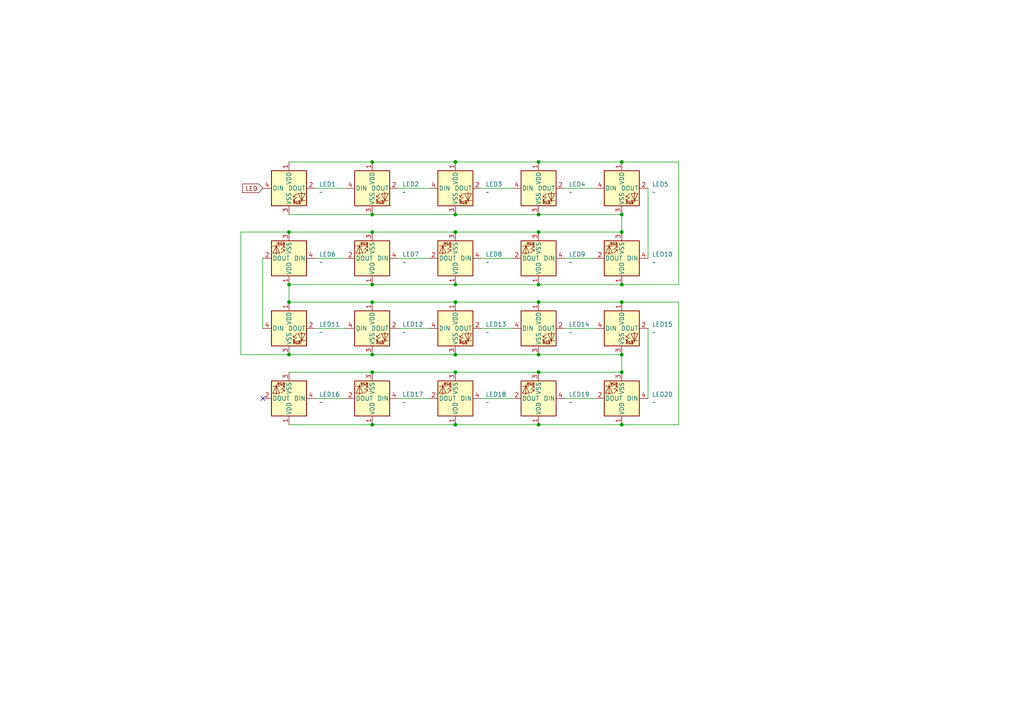
<source format=kicad_sch>
(kicad_sch (version 20211123) (generator eeschema)
  (paper "A4")
  (lib_symbols
    (symbol "LED:WS2812B" (pin_names (offset 0.254))
      (property "Reference" "D" (at 5.08 5.715 0))
      (property "Value" "WS2812B" (at 1.27 -5.715 0))
      (symbol "WS2812B_0_0"
        (text "RGB" (at 2.286 -4.191 0) (effects (font (size 0.762 0.762))))
      )
      (symbol "WS2812B_0_1"
        (polyline (pts (xy 1.27 -3.556) (xy 1.778 -3.556)))
        (polyline (pts (xy 1.27 -2.54) (xy 1.778 -2.54)))
        (polyline (pts (xy 4.699 -3.556) (xy 2.667 -3.556)))
        (polyline (pts (xy 2.286 -2.54) (xy 1.27 -3.556) (xy 1.27 -3.048)))
        (polyline (pts (xy 2.286 -1.524) (xy 1.27 -2.54) (xy 1.27 -2.032)))
        (polyline (pts (xy 3.683 -1.016) (xy 3.683 -3.556) (xy 3.683 -4.064)))
        (polyline (pts (xy 4.699 -1.524) (xy 2.667 -1.524) (xy 3.683 -3.556) (xy 4.699 -1.524)))
        (rectangle (start 5.08 5.08) (end -5.08 -5.08) (stroke (width 0.254)) (fill (type background)))
      )
      (symbol "WS2812B_1_1"
        (pin power_in line (at 0 7.62 270) (length 2.54) (name "VDD") (number "1"))
        (pin output line (at 7.62 0 180) (length 2.54) (name "DOUT") (number "2"))
        (pin power_in line (at 0 -7.62 90) (length 2.54) (name "VSS") (number "3"))
        (pin input line (at -7.62 0 0) (length 2.54) (name "DIN") (number "4"))
      )
    )
  )
  (junction (at 180.34 123.19))
  (junction (at 107.95 107.95))
  (junction (at 132.08 82.55))
  (junction (at 83.82 102.87))
  (junction (at 107.95 102.87))
  (junction (at 156.21 107.95))
  (junction (at 132.08 123.19))
  (junction (at 180.34 107.95))
  (junction (at 132.08 87.63))
  (junction (at 180.34 46.99))
  (junction (at 107.95 46.99))
  (junction (at 132.08 67.31))
  (junction (at 107.95 82.55))
  (junction (at 83.82 67.31))
  (junction (at 156.21 62.23))
  (junction (at 83.82 82.55))
  (junction (at 156.21 67.31))
  (junction (at 132.08 46.99))
  (junction (at 132.08 107.95))
  (junction (at 156.21 46.99))
  (junction (at 132.08 102.87))
  (junction (at 156.21 123.19))
  (junction (at 180.34 62.23))
  (junction (at 107.95 62.23))
  (junction (at 180.34 102.87))
  (junction (at 107.95 123.19))
  (junction (at 180.34 82.55))
  (junction (at 180.34 87.63))
  (junction (at 107.95 87.63))
  (junction (at 156.21 87.63))
  (junction (at 107.95 67.31))
  (junction (at 156.21 102.87))
  (junction (at 132.08 62.23))
  (junction (at 83.82 87.63))
  (junction (at 180.34 67.31))
  (junction (at 156.21 82.55))
  (no_connect (at 76.2 115.57))
  (wire (pts (xy 163.83 54.61) (xy 172.72 54.61)))
  (wire (pts (xy 91.44 54.61) (xy 100.33 54.61)))
  (wire (pts (xy 156.21 102.87) (xy 180.34 102.87)))
  (wire (pts (xy 132.08 123.19) (xy 156.21 123.19)))
  (wire (pts (xy 107.95 102.87) (xy 132.08 102.87)))
  (wire (pts (xy 132.08 46.99) (xy 107.95 46.99)))
  (wire (pts (xy 132.08 82.55) (xy 156.21 82.55)))
  (wire (pts (xy 132.08 102.87) (xy 156.21 102.87)))
  (wire (pts (xy 196.85 82.55) (xy 180.34 82.55)))
  (wire (pts (xy 107.95 107.95) (xy 132.08 107.95)))
  (wire (pts (xy 107.95 87.63) (xy 83.82 87.63)))
  (wire (pts (xy 107.95 62.23) (xy 132.08 62.23)))
  (wire (pts (xy 139.7 95.25) (xy 148.59 95.25)))
  (wire (pts (xy 172.72 115.57) (xy 163.83 115.57)))
  (wire (pts (xy 156.21 46.99) (xy 132.08 46.99)))
  (wire (pts (xy 156.21 107.95) (xy 132.08 107.95)))
  (wire (pts (xy 172.72 74.93) (xy 163.83 74.93)))
  (wire (pts (xy 83.82 67.31) (xy 69.85 67.31)))
  (wire (pts (xy 139.7 54.61) (xy 148.59 54.61)))
  (wire (pts (xy 115.57 95.25) (xy 124.46 95.25)))
  (wire (pts (xy 115.57 54.61) (xy 124.46 54.61)))
  (wire (pts (xy 156.21 67.31) (xy 132.08 67.31)))
  (wire (pts (xy 180.34 46.99) (xy 196.85 46.99)))
  (wire (pts (xy 107.95 123.19) (xy 132.08 123.19)))
  (wire (pts (xy 180.34 107.95) (xy 156.21 107.95)))
  (wire (pts (xy 107.95 67.31) (xy 83.82 67.31)))
  (wire (pts (xy 180.34 62.23) (xy 180.34 67.31)))
  (wire (pts (xy 180.34 87.63) (xy 196.85 87.63)))
  (wire (pts (xy 124.46 115.57) (xy 115.57 115.57)))
  (wire (pts (xy 148.59 74.93) (xy 139.7 74.93)))
  (wire (pts (xy 107.95 82.55) (xy 132.08 82.55)))
  (wire (pts (xy 132.08 87.63) (xy 107.95 87.63)))
  (wire (pts (xy 83.82 123.19) (xy 107.95 123.19)))
  (wire (pts (xy 83.82 102.87) (xy 107.95 102.87)))
  (wire (pts (xy 196.85 87.63) (xy 196.85 123.19)))
  (wire (pts (xy 100.33 74.93) (xy 91.44 74.93)))
  (wire (pts (xy 156.21 123.19) (xy 180.34 123.19)))
  (wire (pts (xy 156.21 82.55) (xy 180.34 82.55)))
  (wire (pts (xy 180.34 87.63) (xy 156.21 87.63)))
  (wire (pts (xy 76.2 74.93) (xy 76.2 95.25)))
  (wire (pts (xy 83.82 62.23) (xy 107.95 62.23)))
  (wire (pts (xy 107.95 67.31) (xy 132.08 67.31)))
  (wire (pts (xy 69.85 102.87) (xy 83.82 102.87)))
  (wire (pts (xy 83.82 82.55) (xy 83.82 87.63)))
  (wire (pts (xy 148.59 115.57) (xy 139.7 115.57)))
  (wire (pts (xy 196.85 46.99) (xy 196.85 82.55)))
  (wire (pts (xy 180.34 67.31) (xy 156.21 67.31)))
  (wire (pts (xy 180.34 46.99) (xy 156.21 46.99)))
  (wire (pts (xy 69.85 67.31) (xy 69.85 102.87)))
  (wire (pts (xy 187.96 54.61) (xy 187.96 74.93)))
  (wire (pts (xy 124.46 74.93) (xy 115.57 74.93)))
  (wire (pts (xy 163.83 95.25) (xy 172.72 95.25)))
  (wire (pts (xy 132.08 62.23) (xy 156.21 62.23)))
  (wire (pts (xy 156.21 62.23) (xy 180.34 62.23)))
  (wire (pts (xy 100.33 115.57) (xy 91.44 115.57)))
  (wire (pts (xy 107.95 107.95) (xy 83.82 107.95)))
  (wire (pts (xy 107.95 46.99) (xy 83.82 46.99)))
  (wire (pts (xy 91.44 95.25) (xy 100.33 95.25)))
  (wire (pts (xy 83.82 82.55) (xy 107.95 82.55)))
  (wire (pts (xy 180.34 102.87) (xy 180.34 107.95)))
  (wire (pts (xy 196.85 123.19) (xy 180.34 123.19)))
  (wire (pts (xy 187.96 95.25) (xy 187.96 115.57)))
  (wire (pts (xy 156.21 87.63) (xy 132.08 87.63)))
  (global_label "LED" (shape input) (at 76.2 54.61 180) (property "Intersheet References" "${INTERSHEET_REFS}" (effects hide)))
  (symbol (lib_id "LED:WS2812B") (at 156.21 95.25 0) (unit 1)
    (property "Reference" "LED14" (at 164.9476 94.0816 0) (effects (justify left)))
    (property "Value" "~" (at 164.9476 96.393 0) (effects (justify left)))
    (property "Datasheet" "https://cdn-shop.adafruit.com/datasheets/WS2812B.pdf" (effects hide))
  )
  (symbol (lib_id "LED:WS2812B") (at 107.95 115.57 180) (unit 1)
    (property "Reference" "LED17" (at 116.6876 114.4016 0) (effects (justify right)))
    (property "Value" "~" (at 116.6876 116.713 0) (effects (justify right)))
    (property "Datasheet" "https://cdn-shop.adafruit.com/datasheets/WS2812B.pdf" (effects hide))
  )
  (symbol (lib_id "LED:WS2812B") (at 156.21 74.93 180) (unit 1)
    (property "Reference" "LED9" (at 164.9476 73.7616 0) (effects (justify right)))
    (property "Value" "~" (at 164.9476 76.073 0) (effects (justify right)))
    (property "Datasheet" "https://cdn-shop.adafruit.com/datasheets/WS2812B.pdf" (effects hide))
  )
  (symbol (lib_id "LED:WS2812B") (at 132.08 115.57 180) (unit 1)
    (property "Reference" "LED18" (at 140.8176 114.4016 0) (effects (justify right)))
    (property "Value" "~" (at 140.8176 116.713 0) (effects (justify right)))
    (property "Datasheet" "https://cdn-shop.adafruit.com/datasheets/WS2812B.pdf" (effects hide))
  )
  (symbol (lib_id "LED:WS2812B") (at 156.21 54.61 0) (unit 1)
    (property "Reference" "LED4" (at 164.9476 53.4416 0) (effects (justify left)))
    (property "Value" "~" (at 164.9476 55.753 0) (effects (justify left)))
    (property "Datasheet" "https://cdn-shop.adafruit.com/datasheets/WS2812B.pdf" (effects hide))
  )
  (symbol (lib_id "LED:WS2812B") (at 180.34 95.25 0) (unit 1)
    (property "Reference" "LED15" (at 189.0776 94.0816 0) (effects (justify left)))
    (property "Value" "~" (at 189.0776 96.393 0) (effects (justify left)))
    (property "Datasheet" "https://cdn-shop.adafruit.com/datasheets/WS2812B.pdf" (effects hide))
  )
  (symbol (lib_id "LED:WS2812B") (at 132.08 74.93 180) (unit 1)
    (property "Reference" "LED8" (at 140.8176 73.7616 0) (effects (justify right)))
    (property "Value" "~" (at 140.8176 76.073 0) (effects (justify right)))
    (property "Datasheet" "https://cdn-shop.adafruit.com/datasheets/WS2812B.pdf" (effects hide))
  )
  (symbol (lib_id "LED:WS2812B") (at 83.82 74.93 180) (unit 1)
    (property "Reference" "LED6" (at 92.5576 73.7616 0) (effects (justify right)))
    (property "Value" "~" (at 92.5576 76.073 0) (effects (justify right)))
    (property "Datasheet" "https://cdn-shop.adafruit.com/datasheets/WS2812B.pdf" (effects hide))
  )
  (symbol (lib_id "LED:WS2812B") (at 180.34 115.57 180) (unit 1)
    (property "Reference" "LED20" (at 189.0776 114.4016 0) (effects (justify right)))
    (property "Value" "~" (at 189.0776 116.713 0) (effects (justify right)))
    (property "Datasheet" "https://cdn-shop.adafruit.com/datasheets/WS2812B.pdf" (effects hide))
  )
  (symbol (lib_id "LED:WS2812B") (at 132.08 95.25 0) (unit 1)
    (property "Reference" "LED13" (at 140.8176 94.0816 0) (effects (justify left)))
    (property "Value" "~" (at 140.8176 96.393 0) (effects (justify left)))
    (property "Datasheet" "https://cdn-shop.adafruit.com/datasheets/WS2812B.pdf" (effects hide))
  )
  (symbol (lib_id "LED:WS2812B") (at 180.34 74.93 180) (unit 1)
    (property "Reference" "LED10" (at 189.0776 73.7616 0) (effects (justify right)))
    (property "Value" "~" (at 189.0776 76.073 0) (effects (justify right)))
    (property "Datasheet" "https://cdn-shop.adafruit.com/datasheets/WS2812B.pdf" (effects hide))
  )
  (symbol (lib_id "LED:WS2812B") (at 107.95 74.93 180) (unit 1)
    (property "Reference" "LED7" (at 116.6876 73.7616 0) (effects (justify right)))
    (property "Value" "~" (at 116.6876 76.073 0) (effects (justify right)))
    (property "Datasheet" "https://cdn-shop.adafruit.com/datasheets/WS2812B.pdf" (effects hide))
  )
  (symbol (lib_id "LED:WS2812B") (at 156.21 115.57 180) (unit 1)
    (property "Reference" "LED19" (at 164.9476 114.4016 0) (effects (justify right)))
    (property "Value" "~" (at 164.9476 116.713 0) (effects (justify right)))
    (property "Datasheet" "https://cdn-shop.adafruit.com/datasheets/WS2812B.pdf" (effects hide))
  )
  (symbol (lib_id "LED:WS2812B") (at 83.82 54.61 0) (unit 1)
    (property "Reference" "LED1" (at 92.5576 53.4416 0) (effects (justify left)))
    (property "Value" "~" (at 92.5576 55.753 0) (effects (justify left)))
    (property "Datasheet" "https://cdn-shop.adafruit.com/datasheets/WS2812B.pdf" (effects hide))
  )
  (symbol (lib_id "LED:WS2812B") (at 180.34 54.61 0) (unit 1)
    (property "Reference" "LED5" (at 189.0776 53.4416 0) (effects (justify left)))
    (property "Value" "~" (at 189.0776 55.753 0) (effects (justify left)))
    (property "Datasheet" "https://cdn-shop.adafruit.com/datasheets/WS2812B.pdf" (effects hide))
  )
  (symbol (lib_id "LED:WS2812B") (at 83.82 95.25 0) (unit 1)
    (property "Reference" "LED11" (at 92.5576 94.0816 0) (effects (justify left)))
    (property "Value" "~" (at 92.5576 96.393 0) (effects (justify left)))
    (property "Datasheet" "https://cdn-shop.adafruit.com/datasheets/WS2812B.pdf" (effects hide))
  )
  (symbol (lib_id "LED:WS2812B") (at 107.95 95.25 0) (unit 1)
    (property "Reference" "LED12" (at 116.6876 94.0816 0) (effects (justify left)))
    (property "Value" "~" (at 116.6876 96.393 0) (effects (justify left)))
    (property "Datasheet" "https://cdn-shop.adafruit.com/datasheets/WS2812B.pdf" (effects hide))
  )
  (symbol (lib_id "LED:WS2812B") (at 83.82 115.57 180) (unit 1)
    (property "Reference" "LED16" (at 92.5576 114.4016 0) (effects (justify right)))
    (property "Value" "~" (at 92.5576 116.713 0) (effects (justify right)))
    (property "Datasheet" "https://cdn-shop.adafruit.com/datasheets/WS2812B.pdf" (effects hide))
  )
  (symbol (lib_id "LED:WS2812B") (at 132.08 54.61 0) (unit 1)
    (property "Reference" "LED3" (at 140.8176 53.4416 0) (effects (justify left)))
    (property "Value" "~" (at 140.8176 55.753 0) (effects (justify left)))
    (property "Datasheet" "https://cdn-shop.adafruit.com/datasheets/WS2812B.pdf" (effects hide))
  )
  (symbol (lib_id "LED:WS2812B") (at 107.95 54.61 0) (unit 1)
    (property "Reference" "LED2" (at 116.6876 53.4416 0) (effects (justify left)))
    (property "Value" "~" (at 116.6876 55.753 0) (effects (justify left)))
    (property "Datasheet" "https://cdn-shop.adafruit.com/datasheets/WS2812B.pdf" (effects hide))
  )
)
</source>
